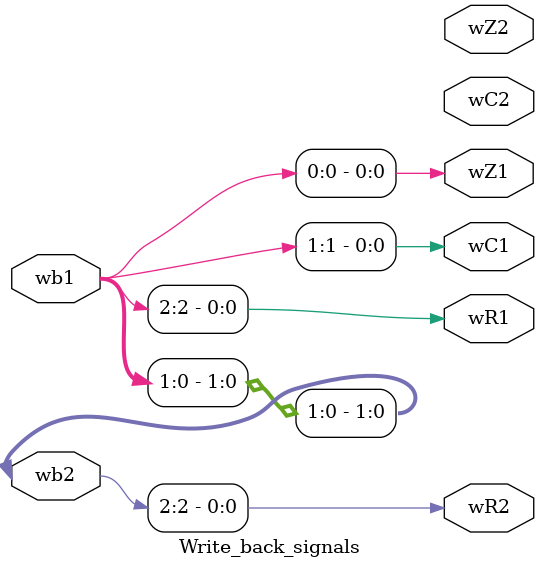
<source format=v>
module Write_back_signals(
    input [2:0] wb1, wb2,
    output wR1, wR2,
    output wC1, wC2,
    output wZ1, wZ2);
    assign {wR1, wC1, wZ1, wR2, wC1, wZ1} = {wb1, wb2};
endmodule

</source>
